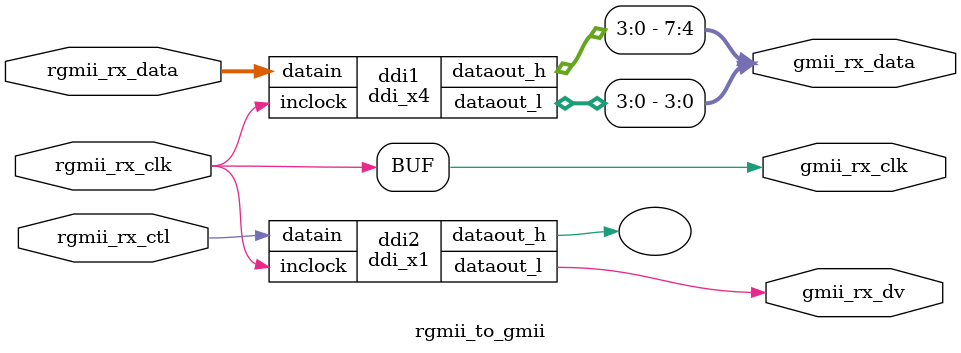
<source format=v>
`timescale 1ps/1ps
module ddi_x4 (
	datain,
	inclock,
	dataout_h,
	dataout_l);

	input	[3:0]  datain;
	input	  inclock;
	output	[3:0]  dataout_h;
	output	[3:0]  dataout_l;

	wire [3:0] sub_wire0;
	wire [3:0] sub_wire1;
	wire [3:0] dataout_h = sub_wire0[3:0];
	wire [3:0] dataout_l = sub_wire1[3:0];

	altddio_in	ALTDDIO_IN_component (
				.datain (datain),
				.inclock (inclock),
				.dataout_h (sub_wire0),
				.dataout_l (sub_wire1),
				.aclr (1'b0),
				.aset (1'b0),
				.inclocken (1'b1),
				.sclr (1'b0),
				.sset (1'b0));
	defparam
		ALTDDIO_IN_component.invert_input_clocks = "OFF",
		ALTDDIO_IN_component.lpm_hint = "UNUSED",
		ALTDDIO_IN_component.lpm_type = "altddio_in",
		ALTDDIO_IN_component.power_up_high = "OFF",
		ALTDDIO_IN_component.width = 4;

endmodule

module ddi_x1 (
	datain,
	inclock,
	dataout_h,
	dataout_l);

	input	[0:0]  datain;
	input	  inclock;
	output	[0:0]  dataout_h;
	output	[0:0]  dataout_l;

	wire [0:0] sub_wire0;
	wire [0:0] sub_wire1;
	wire [0:0] dataout_h = sub_wire0[0:0];
	wire [0:0] dataout_l = sub_wire1[0:0];

	altddio_in	ALTDDIO_IN_component (
				.datain (datain),
				.inclock (inclock),
				.dataout_h (sub_wire0),
				.dataout_l (sub_wire1),
				.aclr (1'b0),
				.aset (1'b0),
				.inclocken (1'b1),
				.sclr (1'b0),
				.sset (1'b0));
	defparam
		ALTDDIO_IN_component.invert_input_clocks = "OFF",
		ALTDDIO_IN_component.lpm_hint = "UNUSED",
		ALTDDIO_IN_component.lpm_type = "altddio_in",
		ALTDDIO_IN_component.power_up_high = "OFF",
		ALTDDIO_IN_component.width = 1;

endmodule


module rgmii_to_gmii(
	rgmii_rx_data,
	rgmii_rx_ctl,
	rgmii_rx_clk,
	
	gmii_rx_clk,
	gmii_rx_data,
	gmii_rx_dv

);

	input [3:0]rgmii_rx_data;
	input rgmii_rx_ctl;
	input rgmii_rx_clk;
	
	output [7:0]gmii_rx_data;
	output gmii_rx_clk;
	output gmii_rx_dv;
	

	assign gmii_rx_clk = rgmii_rx_clk;
	
	ddi_x4 ddi1 (
		.datain(rgmii_rx_data),
		.inclock(gmii_rx_clk),
		.dataout_h(gmii_rx_data[7:4]),
		.dataout_l(gmii_rx_data[3:0])
	);
	
	ddi_x1 ddi2 (
		.datain(rgmii_rx_ctl),
		.inclock(gmii_rx_clk),
		.dataout_h(),
		.dataout_l(gmii_rx_dv)
	);
endmodule
</source>
